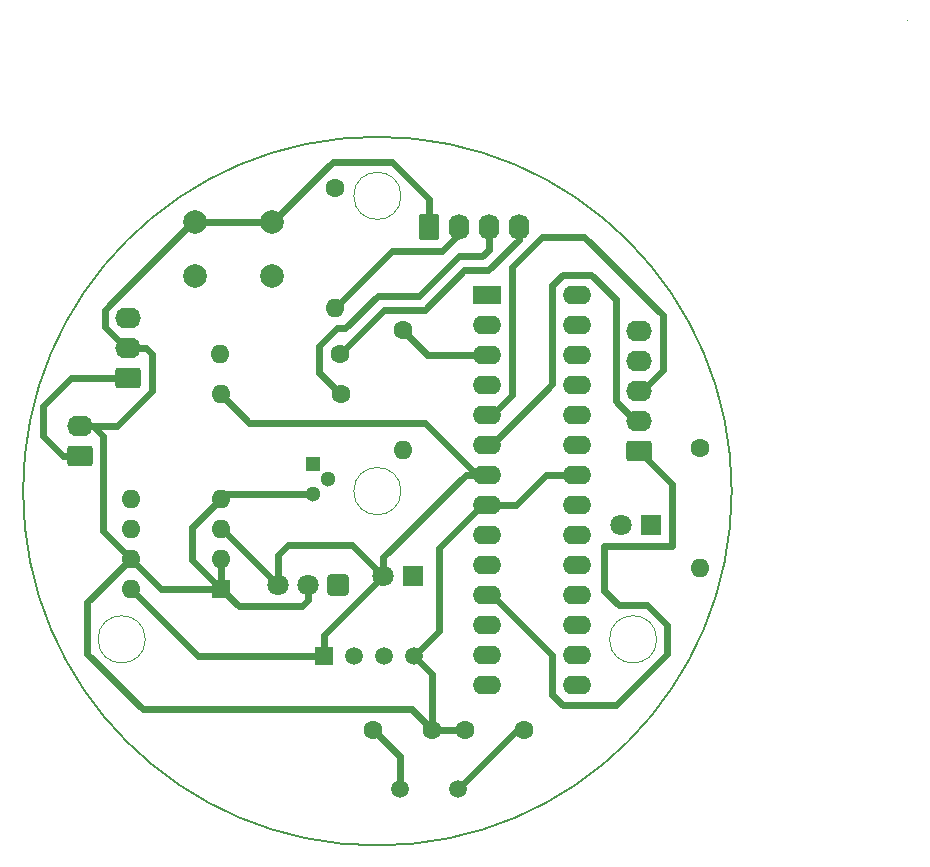
<source format=gtl>
%TF.GenerationSoftware,KiCad,Pcbnew,(6.0.7-1)-1*%
%TF.CreationDate,2022-10-31T10:44:15+05:30*%
%TF.ProjectId,Ac Temp Control V2,41632054-656d-4702-9043-6f6e74726f6c,rev?*%
%TF.SameCoordinates,Original*%
%TF.FileFunction,Copper,L1,Top*%
%TF.FilePolarity,Positive*%
%FSLAX46Y46*%
G04 Gerber Fmt 4.6, Leading zero omitted, Abs format (unit mm)*
G04 Created by KiCad (PCBNEW (6.0.7-1)-1) date 2022-10-31 10:44:15*
%MOMM*%
%LPD*%
G01*
G04 APERTURE LIST*
G04 Aperture macros list*
%AMRoundRect*
0 Rectangle with rounded corners*
0 $1 Rounding radius*
0 $2 $3 $4 $5 $6 $7 $8 $9 X,Y pos of 4 corners*
0 Add a 4 corners polygon primitive as box body*
4,1,4,$2,$3,$4,$5,$6,$7,$8,$9,$2,$3,0*
0 Add four circle primitives for the rounded corners*
1,1,$1+$1,$2,$3*
1,1,$1+$1,$4,$5*
1,1,$1+$1,$6,$7*
1,1,$1+$1,$8,$9*
0 Add four rect primitives between the rounded corners*
20,1,$1+$1,$2,$3,$4,$5,0*
20,1,$1+$1,$4,$5,$6,$7,0*
20,1,$1+$1,$6,$7,$8,$9,0*
20,1,$1+$1,$8,$9,$2,$3,0*%
G04 Aperture macros list end*
%TA.AperFunction,Profile*%
%ADD10C,0.100000*%
%TD*%
%TA.AperFunction,Profile*%
%ADD11C,0.150000*%
%TD*%
%TA.AperFunction,ComponentPad*%
%ADD12R,2.400000X1.600000*%
%TD*%
%TA.AperFunction,ComponentPad*%
%ADD13O,2.400000X1.600000*%
%TD*%
%TA.AperFunction,ComponentPad*%
%ADD14C,1.500000*%
%TD*%
%TA.AperFunction,ComponentPad*%
%ADD15C,1.600000*%
%TD*%
%TA.AperFunction,ComponentPad*%
%ADD16O,1.600000X1.600000*%
%TD*%
%TA.AperFunction,ComponentPad*%
%ADD17RoundRect,0.250000X0.845000X-0.620000X0.845000X0.620000X-0.845000X0.620000X-0.845000X-0.620000X0*%
%TD*%
%TA.AperFunction,ComponentPad*%
%ADD18O,2.190000X1.740000*%
%TD*%
%TA.AperFunction,ComponentPad*%
%ADD19C,2.000000*%
%TD*%
%TA.AperFunction,ComponentPad*%
%ADD20R,1.600000X1.600000*%
%TD*%
%TA.AperFunction,ComponentPad*%
%ADD21RoundRect,0.250000X-0.620000X-0.845000X0.620000X-0.845000X0.620000X0.845000X-0.620000X0.845000X0*%
%TD*%
%TA.AperFunction,ComponentPad*%
%ADD22O,1.740000X2.190000*%
%TD*%
%TA.AperFunction,ComponentPad*%
%ADD23R,1.800000X1.800000*%
%TD*%
%TA.AperFunction,ComponentPad*%
%ADD24C,1.800000*%
%TD*%
%TA.AperFunction,ComponentPad*%
%ADD25RoundRect,0.250200X0.649800X0.649800X-0.649800X0.649800X-0.649800X-0.649800X0.649800X-0.649800X0*%
%TD*%
%TA.AperFunction,ComponentPad*%
%ADD26R,1.300000X1.300000*%
%TD*%
%TA.AperFunction,ComponentPad*%
%ADD27C,1.300000*%
%TD*%
%TA.AperFunction,ComponentPad*%
%ADD28R,1.500000X1.500000*%
%TD*%
%TA.AperFunction,Conductor*%
%ADD29C,0.600000*%
%TD*%
G04 APERTURE END LIST*
D10*
X146481802Y-104531802D02*
G75*
G03*
X146481802Y-104531802I-2000000J0D01*
G01*
X124831802Y-117081802D02*
G75*
G03*
X124831802Y-117081802I-2000000J0D01*
G01*
X189350001Y-64700000D02*
G75*
G03*
X189350001Y-64700000I-1J0D01*
G01*
X168131802Y-117081802D02*
G75*
G03*
X168131802Y-117081802I-2000000J0D01*
G01*
X146481802Y-79531802D02*
G75*
G03*
X146481802Y-79531802I-2000000J0D01*
G01*
D11*
X174481802Y-104531802D02*
G75*
G03*
X174481802Y-104531802I-30000000J0D01*
G01*
D12*
%TO.P,U1,1,~{RESET}/PC6*%
%TO.N,Net-(R3-Pad1)*%
X153781802Y-87906802D03*
D13*
%TO.P,U1,2,PD0*%
%TO.N,Net-(U1-Pad2)*%
X153781802Y-90446802D03*
%TO.P,U1,3,PD1*%
%TO.N,Net-(R1-Pad1)*%
X153781802Y-92986802D03*
%TO.P,U1,4,PD2*%
%TO.N,Net-(U1-Pad4)*%
X153781802Y-95526802D03*
%TO.P,U1,5,PD3*%
%TO.N,Net-(J2-Pad3)*%
X153781802Y-98066802D03*
%TO.P,U1,6,PD4*%
%TO.N,Net-(J2-Pad2)*%
X153781802Y-100606802D03*
%TO.P,U1,7,VCC*%
%TO.N,Net-(D1-Pad2)*%
X153781802Y-103146802D03*
%TO.P,U1,8,GND*%
%TO.N,GND*%
X153781802Y-105686802D03*
%TO.P,U1,9,XTAL1/PB6*%
%TO.N,Net-(C1-Pad1)*%
X153781802Y-108226802D03*
%TO.P,U1,10,XTAL2/PB7*%
%TO.N,Net-(C2-Pad1)*%
X153781802Y-110766802D03*
%TO.P,U1,11,PD5*%
%TO.N,Net-(J2-Pad1)*%
X153781802Y-113306802D03*
%TO.P,U1,12,PD6*%
%TO.N,unconnected-(U1-Pad12)*%
X153781802Y-115846802D03*
%TO.P,U1,13,PD7*%
%TO.N,unconnected-(U1-Pad13)*%
X153781802Y-118386802D03*
%TO.P,U1,14,PB0*%
%TO.N,unconnected-(U1-Pad14)*%
X153781802Y-120926802D03*
%TO.P,U1,15,PB1*%
%TO.N,unconnected-(U1-Pad15)*%
X161401802Y-120926802D03*
%TO.P,U1,16,PB2*%
%TO.N,unconnected-(U1-Pad16)*%
X161401802Y-118386802D03*
%TO.P,U1,17,PB3*%
%TO.N,unconnected-(U1-Pad17)*%
X161401802Y-115846802D03*
%TO.P,U1,18,PB4*%
%TO.N,unconnected-(U1-Pad18)*%
X161401802Y-113306802D03*
%TO.P,U1,19,PB5*%
%TO.N,Net-(R2-Pad2)*%
X161401802Y-110766802D03*
%TO.P,U1,20,AVCC*%
%TO.N,Net-(D1-Pad2)*%
X161401802Y-108226802D03*
%TO.P,U1,21,AREF*%
%TO.N,AREF*%
X161401802Y-105686802D03*
%TO.P,U1,22,GND*%
%TO.N,GND*%
X161401802Y-103146802D03*
%TO.P,U1,23,PC0*%
%TO.N,unconnected-(U1-Pad23)*%
X161401802Y-100606802D03*
%TO.P,U1,24,PC1*%
%TO.N,unconnected-(U1-Pad24)*%
X161401802Y-98066802D03*
%TO.P,U1,25,PC2*%
%TO.N,unconnected-(U1-Pad25)*%
X161401802Y-95526802D03*
%TO.P,U1,26,PC3*%
%TO.N,unconnected-(U1-Pad26)*%
X161401802Y-92986802D03*
%TO.P,U1,27,PC4*%
%TO.N,Net-(DISPLAY1-Pad4)*%
X161401802Y-90446802D03*
%TO.P,U1,28,PC5*%
%TO.N,Net-(DISPLAY1-Pad3)*%
X161401802Y-87906802D03*
%TD*%
D14*
%TO.P,Y1,1,1*%
%TO.N,Net-(C1-Pad1)*%
X146381802Y-129781802D03*
%TO.P,Y1,2,2*%
%TO.N,Net-(C2-Pad1)*%
X151281802Y-129781802D03*
%TD*%
D15*
%TO.P,R3,1*%
%TO.N,Net-(R3-Pad1)*%
X140881802Y-78901802D03*
D16*
%TO.P,R3,2*%
%TO.N,Net-(D1-Pad2)*%
X140881802Y-89061802D03*
%TD*%
D17*
%TO.P,VR1,1,IN*%
%TO.N,Net-(J1-Pad1)*%
X123401802Y-94971802D03*
D18*
%TO.P,VR1,2,GND*%
%TO.N,GND*%
X123401802Y-92431802D03*
%TO.P,VR1,3,OUT*%
%TO.N,Net-(D1-Pad2)*%
X123401802Y-89891802D03*
%TD*%
D19*
%TO.P,SW1,1,1*%
%TO.N,GND*%
X129081802Y-81781802D03*
X135581802Y-81781802D03*
%TO.P,SW1,2,2*%
%TO.N,Net-(R3-Pad1)*%
X129081802Y-86281802D03*
X135581802Y-86281802D03*
%TD*%
D15*
%TO.P,R1,1*%
%TO.N,Net-(R1-Pad1)*%
X146631802Y-90901802D03*
D16*
%TO.P,R1,2*%
%TO.N,Net-(Q1-Pad2)*%
X146631802Y-101061802D03*
%TD*%
D20*
%TO.P,U4,1,A0*%
%TO.N,GND*%
X131231802Y-112781802D03*
D16*
%TO.P,U4,2,A1*%
X131231802Y-110241802D03*
%TO.P,U4,3,A2*%
%TO.N,Net-(D1-Pad2)*%
X131231802Y-107701802D03*
%TO.P,U4,4,GND*%
%TO.N,GND*%
X131231802Y-105161802D03*
%TO.P,U4,5,SDA*%
%TO.N,Net-(DISPLAY1-Pad4)*%
X123611802Y-105161802D03*
%TO.P,U4,6,SCL*%
%TO.N,Net-(DISPLAY1-Pad3)*%
X123611802Y-107701802D03*
%TO.P,U4,7,WP*%
%TO.N,GND*%
X123611802Y-110241802D03*
%TO.P,U4,8,VCC*%
%TO.N,Net-(D1-Pad2)*%
X123611802Y-112781802D03*
%TD*%
D17*
%TO.P,J1,1,Pin_1*%
%TO.N,Net-(J1-Pad1)*%
X119281802Y-101531802D03*
D18*
%TO.P,J1,2,Pin_2*%
%TO.N,GND*%
X119281802Y-98991802D03*
%TD*%
D21*
%TO.P,DISPLAY1,1,GND*%
%TO.N,GND*%
X148871802Y-82201802D03*
D22*
%TO.P,DISPLAY1,2,VCC*%
%TO.N,Net-(D1-Pad2)*%
X151411802Y-82201802D03*
%TO.P,DISPLAY1,3,SCL*%
%TO.N,Net-(DISPLAY1-Pad3)*%
X153951802Y-82201802D03*
%TO.P,DISPLAY1,4,SDA*%
%TO.N,Net-(DISPLAY1-Pad4)*%
X156491802Y-82201802D03*
%TD*%
D15*
%TO.P,C1,1,1*%
%TO.N,Net-(C1-Pad1)*%
X144131802Y-124731802D03*
%TO.P,C1,2,2*%
%TO.N,GND*%
X149131802Y-124731802D03*
%TD*%
D23*
%TO.P,D1,1,K*%
%TO.N,Net-(D1-Pad1)*%
X167631802Y-107381802D03*
D24*
%TO.P,D1,2,A*%
%TO.N,Net-(D1-Pad2)*%
X165091802Y-107381802D03*
%TD*%
D15*
%TO.P,C2,1,1*%
%TO.N,Net-(C2-Pad1)*%
X156931802Y-124731802D03*
%TO.P,C2,2,2*%
%TO.N,GND*%
X151931802Y-124731802D03*
%TD*%
D17*
%TO.P,J2,1,Pin_1*%
%TO.N,Net-(J2-Pad1)*%
X166651802Y-101111802D03*
D18*
%TO.P,J2,2,Pin_2*%
%TO.N,Net-(J2-Pad2)*%
X166651802Y-98571802D03*
%TO.P,J2,3,Pin_3*%
%TO.N,Net-(J2-Pad3)*%
X166651802Y-96031802D03*
%TO.P,J2,4,Pin_4*%
%TO.N,Net-(D1-Pad2)*%
X166651802Y-93491802D03*
%TO.P,J2,5,Pin_5*%
%TO.N,GND*%
X166651802Y-90951802D03*
%TD*%
D15*
%TO.P,R5,1*%
%TO.N,Net-(DISPLAY1-Pad3)*%
X141381802Y-96331802D03*
D16*
%TO.P,R5,2*%
%TO.N,Net-(D1-Pad2)*%
X131221802Y-96331802D03*
%TD*%
D23*
%TO.P,D2,1*%
%TO.N,Net-(D2-PadA)*%
X147531802Y-111731802D03*
D24*
%TO.P,D2,2*%
%TO.N,Net-(D1-Pad2)*%
X144991802Y-111731802D03*
%TD*%
D15*
%TO.P,R2,1*%
%TO.N,Net-(D1-Pad1)*%
X171781802Y-100881802D03*
D16*
%TO.P,R2,2*%
%TO.N,Net-(R2-Pad2)*%
X171781802Y-111041802D03*
%TD*%
D25*
%TO.P,U3,1,OUT*%
%TO.N,Net-(U1-Pad4)*%
X141181802Y-112481802D03*
D24*
%TO.P,U3,2,GND*%
%TO.N,GND*%
X138641802Y-112481802D03*
%TO.P,U3,3,Vs*%
%TO.N,Net-(D1-Pad2)*%
X136101802Y-112481802D03*
%TD*%
D26*
%TO.P,Q1,1,C*%
%TO.N,Net-(D2-PadA)*%
X139050000Y-102250000D03*
D27*
%TO.P,Q1,2,B*%
%TO.N,Net-(Q1-Pad2)*%
X140320000Y-103520000D03*
%TO.P,Q1,3,E*%
%TO.N,GND*%
X139050000Y-104790000D03*
%TD*%
D15*
%TO.P,R4,1*%
%TO.N,Net-(DISPLAY1-Pad4)*%
X141281802Y-92931802D03*
D16*
%TO.P,R4,2*%
%TO.N,Net-(D1-Pad2)*%
X131121802Y-92931802D03*
%TD*%
D28*
%TO.P,U2,1,VCC*%
%TO.N,Net-(D1-Pad2)*%
X139969302Y-118484302D03*
D14*
%TO.P,U2,2,IO*%
%TO.N,Net-(U1-Pad2)*%
X142509302Y-118484302D03*
%TO.P,U2,3,NC*%
%TO.N,unconnected-(U2-Pad3)*%
X145049302Y-118484302D03*
%TO.P,U2,4,GND*%
%TO.N,GND*%
X147589302Y-118484302D03*
%TD*%
D29*
%TO.N,GND*%
X122473148Y-98991802D02*
X125396802Y-96068148D01*
X156213198Y-105686802D02*
X158753198Y-103146802D01*
X123611802Y-110241802D02*
X119931802Y-113921802D01*
X124931802Y-92431802D02*
X123401802Y-92431802D01*
X125396802Y-92896802D02*
X124931802Y-92431802D01*
X138114594Y-114281802D02*
X132731802Y-114281802D01*
X123611802Y-110241802D02*
X126151802Y-112781802D01*
X125396802Y-96068148D02*
X125396802Y-92896802D01*
X121406802Y-89158644D02*
X128783644Y-81781802D01*
X121406802Y-90661802D02*
X121406802Y-89158644D01*
X151931802Y-124731802D02*
X149131802Y-124731802D01*
X131231802Y-105161802D02*
X128818277Y-107575327D01*
X149738199Y-116335405D02*
X147589302Y-118484302D01*
X121276802Y-99826802D02*
X120441802Y-98991802D01*
X123401802Y-92431802D02*
X123176802Y-92431802D01*
X140731802Y-76631802D02*
X145731802Y-76631802D01*
X149738199Y-109330405D02*
X149738199Y-116335405D01*
X158753198Y-103146802D02*
X161401802Y-103146802D01*
X120441802Y-98991802D02*
X119281802Y-98991802D01*
X129081802Y-81781802D02*
X135581802Y-81781802D01*
X121276802Y-107906802D02*
X121276802Y-99826802D01*
X138641802Y-113754594D02*
X138114594Y-114281802D01*
X145731802Y-76631802D02*
X148871802Y-79771802D01*
X139050000Y-104790000D02*
X131603604Y-104790000D01*
X128818277Y-107575327D02*
X128818277Y-110368277D01*
X148871802Y-79771802D02*
X148871802Y-82201802D01*
X126151802Y-112781802D02*
X131231802Y-112781802D01*
X132731802Y-114281802D02*
X131231802Y-112781802D01*
X119931802Y-113921802D02*
X119931802Y-118283022D01*
X149131802Y-124731802D02*
X149131802Y-120026802D01*
X119931802Y-118283022D02*
X124648780Y-123000000D01*
X153381802Y-105686802D02*
X149738199Y-109330405D01*
X147400000Y-123000000D02*
X149131802Y-124731802D01*
X131231802Y-112781802D02*
X131231802Y-110241802D01*
X124648780Y-123000000D02*
X147400000Y-123000000D01*
X135581802Y-81781802D02*
X140731802Y-76631802D01*
X119281802Y-98991802D02*
X122473148Y-98991802D01*
X153781802Y-105686802D02*
X156213198Y-105686802D01*
X128783644Y-81781802D02*
X129081802Y-81781802D01*
X138641802Y-112481802D02*
X138641802Y-113754594D01*
X149131802Y-120026802D02*
X147589302Y-118484302D01*
X123611802Y-110241802D02*
X121276802Y-107906802D01*
X123176802Y-92431802D02*
X121406802Y-90661802D01*
X128818277Y-110368277D02*
X131231802Y-112781802D01*
X131603604Y-104790000D02*
X131231802Y-105161802D01*
%TO.N,Net-(DISPLAY1-Pad4)*%
X156491802Y-83232904D02*
X153874706Y-85850000D01*
X145011802Y-89201802D02*
X141281802Y-92931802D01*
X148498198Y-89201802D02*
X145011802Y-89201802D01*
X153874706Y-85850000D02*
X151850000Y-85850000D01*
X151850000Y-85850000D02*
X148498198Y-89201802D01*
X156491802Y-82201802D02*
X156491802Y-83232904D01*
%TO.N,Net-(C1-Pad1)*%
X146381802Y-126981802D02*
X144131802Y-124731802D01*
X146381802Y-129781802D02*
X146381802Y-126981802D01*
%TO.N,Net-(C2-Pad1)*%
X151281802Y-129781802D02*
X156331802Y-124731802D01*
X156331802Y-124731802D02*
X156931802Y-124731802D01*
%TO.N,Net-(DISPLAY1-Pad3)*%
X139581802Y-92218198D02*
X141038198Y-90761802D01*
X139581802Y-94531802D02*
X139581802Y-92218198D01*
X144514746Y-88001802D02*
X148001142Y-88001802D01*
X148001142Y-88001802D02*
X151352944Y-84650000D01*
X153377650Y-84650000D02*
X153951802Y-84075848D01*
X141038198Y-90761802D02*
X141754746Y-90761802D01*
X141381802Y-96331802D02*
X139581802Y-94531802D01*
X151352944Y-84650000D02*
X153377650Y-84650000D01*
X141754746Y-90761802D02*
X144514746Y-88001802D01*
X153951802Y-84075848D02*
X153951802Y-82201802D01*
%TO.N,Net-(J2-Pad1)*%
X159301802Y-118426802D02*
X159301802Y-121751802D01*
X164688022Y-122626802D02*
X169031802Y-118283022D01*
X154181802Y-113306802D02*
X159301802Y-118426802D01*
X169431802Y-103891802D02*
X166651802Y-101111802D01*
X163700000Y-109181802D02*
X169431802Y-109181802D01*
X169031802Y-118283022D02*
X169031802Y-115880582D01*
X153781802Y-113306802D02*
X154181802Y-113306802D01*
X169431802Y-109181802D02*
X169431802Y-103891802D01*
X160176802Y-122626802D02*
X164688022Y-122626802D01*
X164930582Y-114181802D02*
X163700000Y-112951220D01*
X167333022Y-114181802D02*
X164930582Y-114181802D01*
X159301802Y-121751802D02*
X160176802Y-122626802D01*
X163700000Y-112951220D02*
X163700000Y-109181802D01*
X169031802Y-115880582D02*
X167333022Y-114181802D01*
%TO.N,Net-(J2-Pad2)*%
X154181802Y-100606802D02*
X159301802Y-95486802D01*
X159301802Y-95486802D02*
X159301802Y-87098198D01*
X160193198Y-86206802D02*
X162556802Y-86206802D01*
X162556802Y-86206802D02*
X164650000Y-88300000D01*
X164650000Y-88300000D02*
X164650000Y-96900000D01*
X153781802Y-100606802D02*
X154181802Y-100606802D01*
X164650000Y-96900000D02*
X166321802Y-98571802D01*
X159301802Y-87098198D02*
X160193198Y-86206802D01*
X166321802Y-98571802D02*
X166651802Y-98571802D01*
%TO.N,Net-(J2-Pad3)*%
X158421762Y-83000000D02*
X155881802Y-85539960D01*
X166651802Y-96031802D02*
X166876802Y-96031802D01*
X168646802Y-89646802D02*
X162000000Y-83000000D01*
X154181802Y-98066802D02*
X155881802Y-96366802D01*
X168646802Y-94261802D02*
X168646802Y-89646802D01*
X166876802Y-96031802D02*
X168646802Y-94261802D01*
X155881802Y-96366802D02*
X155881802Y-85539960D01*
X162000000Y-83000000D02*
X158421762Y-83000000D01*
X153781802Y-98066802D02*
X154181802Y-98066802D01*
%TO.N,Net-(R1-Pad1)*%
X146631802Y-90901802D02*
X148716802Y-92986802D01*
X148716802Y-92986802D02*
X153781802Y-92986802D01*
%TO.N,Net-(J1-Pad1)*%
X116200000Y-97300000D02*
X118528198Y-94971802D01*
X118528198Y-94971802D02*
X123401802Y-94971802D01*
X117881802Y-101531802D02*
X116200000Y-99850000D01*
X119281802Y-101531802D02*
X117881802Y-101531802D01*
X116200000Y-99850000D02*
X116200000Y-97300000D01*
%TO.N,Net-(D1-Pad2)*%
X133635327Y-98745327D02*
X148545327Y-98745327D01*
X129314302Y-118484302D02*
X123611802Y-112781802D01*
X151411802Y-82753148D02*
X151411802Y-82201802D01*
X131321802Y-107701802D02*
X131231802Y-107701802D01*
X151981802Y-103146802D02*
X144991802Y-110136802D01*
X153781802Y-103146802D02*
X151981802Y-103146802D01*
X136101802Y-109948198D02*
X136101802Y-112481802D01*
X139969302Y-118484302D02*
X129314302Y-118484302D01*
X144991802Y-111731802D02*
X142360000Y-109100000D01*
X144991802Y-110136802D02*
X144991802Y-111731802D01*
X139969302Y-116754302D02*
X139969302Y-118484302D01*
X153781802Y-103146802D02*
X152946802Y-103146802D01*
X140881802Y-89061802D02*
X145746802Y-84196802D01*
X131221802Y-96331802D02*
X133635327Y-98745327D01*
X142360000Y-109100000D02*
X136950000Y-109100000D01*
X145746802Y-84196802D02*
X149968148Y-84196802D01*
X136101802Y-112481802D02*
X131321802Y-107701802D01*
X149968148Y-84196802D02*
X151411802Y-82753148D01*
X136950000Y-109100000D02*
X136101802Y-109948198D01*
X144991802Y-111731802D02*
X139969302Y-116754302D01*
X152946802Y-103146802D02*
X148545327Y-98745327D01*
%TD*%
M02*

</source>
